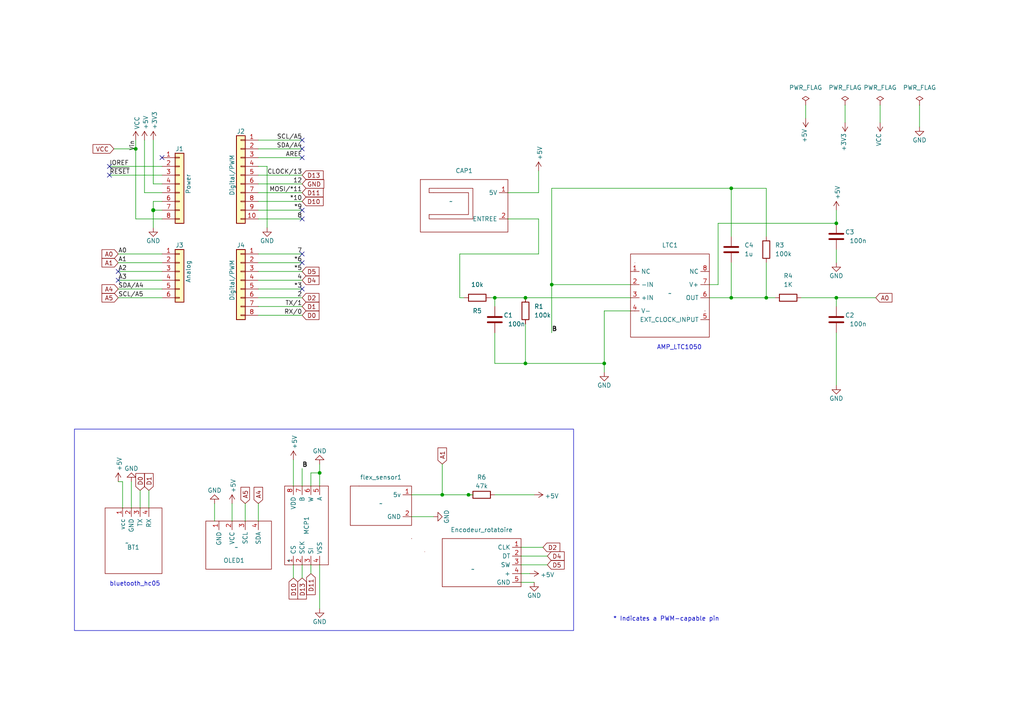
<source format=kicad_sch>
(kicad_sch (version 20230121) (generator eeschema)
  (paper "A4")
  (title_block (date "mar. 31 mars 2015"))
  (lib_symbols
    (symbol "Connector_Generic:Conn_01x06" (pin_names (offset 1.016) hide)
      (property "Reference" "J" (at 0 7.62 0))
      (property "Value" "Conn_01x06" (at 0 -10.16 0))
      (symbol "Conn_01x06_1_1"
        (rectangle (start -1.27 -7.493) (end 0 -7.747) (stroke (width 0.1524)))
        (rectangle (start -1.27 -4.953) (end 0 -5.207) (stroke (width 0.1524)))
        (rectangle (start -1.27 -2.413) (end 0 -2.667) (stroke (width 0.1524)))
        (rectangle (start -1.27 0.127) (end 0 -0.127) (stroke (width 0.1524)))
        (rectangle (start -1.27 2.667) (end 0 2.413) (stroke (width 0.1524)))
        (rectangle (start -1.27 5.207) (end 0 4.953) (stroke (width 0.1524)))
        (rectangle (start -1.27 6.35) (end 1.27 -8.89) (stroke (width 0.254)) (fill (type background)))
        (pin passive line (at -5.08 5.08 0) (length 3.81) (name "Pin_1") (number "1"))
        (pin passive line (at -5.08 2.54 0) (length 3.81) (name "Pin_2") (number "2"))
        (pin passive line (at -5.08 0 0) (length 3.81) (name "Pin_3") (number "3"))
        (pin passive line (at -5.08 -2.54 0) (length 3.81) (name "Pin_4") (number "4"))
        (pin passive line (at -5.08 -5.08 0) (length 3.81) (name "Pin_5") (number "5"))
        (pin passive line (at -5.08 -7.62 0) (length 3.81) (name "Pin_6") (number "6"))
      )
    )
    (symbol "Connector_Generic:Conn_01x08" (pin_names (offset 1.016) hide)
      (property "Reference" "J" (at 0 10.16 0))
      (property "Value" "Conn_01x08" (at 0 -12.7 0))
      (symbol "Conn_01x08_1_1"
        (rectangle (start -1.27 -10.033) (end 0 -10.287) (stroke (width 0.1524)))
        (rectangle (start -1.27 -7.493) (end 0 -7.747) (stroke (width 0.1524)))
        (rectangle (start -1.27 -4.953) (end 0 -5.207) (stroke (width 0.1524)))
        (rectangle (start -1.27 -2.413) (end 0 -2.667) (stroke (width 0.1524)))
        (rectangle (start -1.27 0.127) (end 0 -0.127) (stroke (width 0.1524)))
        (rectangle (start -1.27 2.667) (end 0 2.413) (stroke (width 0.1524)))
        (rectangle (start -1.27 5.207) (end 0 4.953) (stroke (width 0.1524)))
        (rectangle (start -1.27 7.747) (end 0 7.493) (stroke (width 0.1524)))
        (rectangle (start -1.27 8.89) (end 1.27 -11.43) (stroke (width 0.254)) (fill (type background)))
        (pin passive line (at -5.08 7.62 0) (length 3.81) (name "Pin_1") (number "1"))
        (pin passive line (at -5.08 5.08 0) (length 3.81) (name "Pin_2") (number "2"))
        (pin passive line (at -5.08 2.54 0) (length 3.81) (name "Pin_3") (number "3"))
        (pin passive line (at -5.08 0 0) (length 3.81) (name "Pin_4") (number "4"))
        (pin passive line (at -5.08 -2.54 0) (length 3.81) (name "Pin_5") (number "5"))
        (pin passive line (at -5.08 -5.08 0) (length 3.81) (name "Pin_6") (number "6"))
        (pin passive line (at -5.08 -7.62 0) (length 3.81) (name "Pin_7") (number "7"))
        (pin passive line (at -5.08 -10.16 0) (length 3.81) (name "Pin_8") (number "8"))
      )
    )
    (symbol "Connector_Generic:Conn_01x10" (pin_names (offset 1.016) hide)
      (property "Reference" "J" (at 0 12.7 0))
      (property "Value" "Conn_01x10" (at 0 -15.24 0))
      (symbol "Conn_01x10_1_1"
        (rectangle (start -1.27 -12.573) (end 0 -12.827) (stroke (width 0.1524)))
        (rectangle (start -1.27 -10.033) (end 0 -10.287) (stroke (width 0.1524)))
        (rectangle (start -1.27 -7.493) (end 0 -7.747) (stroke (width 0.1524)))
        (rectangle (start -1.27 -4.953) (end 0 -5.207) (stroke (width 0.1524)))
        (rectangle (start -1.27 -2.413) (end 0 -2.667) (stroke (width 0.1524)))
        (rectangle (start -1.27 0.127) (end 0 -0.127) (stroke (width 0.1524)))
        (rectangle (start -1.27 2.667) (end 0 2.413) (stroke (width 0.1524)))
        (rectangle (start -1.27 5.207) (end 0 4.953) (stroke (width 0.1524)))
        (rectangle (start -1.27 7.747) (end 0 7.493) (stroke (width 0.1524)))
        (rectangle (start -1.27 10.287) (end 0 10.033) (stroke (width 0.1524)))
        (rectangle (start -1.27 11.43) (end 1.27 -13.97) (stroke (width 0.254)) (fill (type background)))
        (pin passive line (at -5.08 10.16 0) (length 3.81) (name "Pin_1") (number "1"))
        (pin passive line (at -5.08 -12.7 0) (length 3.81) (name "Pin_10") (number "10"))
        (pin passive line (at -5.08 7.62 0) (length 3.81) (name "Pin_2") (number "2"))
        (pin passive line (at -5.08 5.08 0) (length 3.81) (name "Pin_3") (number "3"))
        (pin passive line (at -5.08 2.54 0) (length 3.81) (name "Pin_4") (number "4"))
        (pin passive line (at -5.08 0 0) (length 3.81) (name "Pin_5") (number "5"))
        (pin passive line (at -5.08 -2.54 0) (length 3.81) (name "Pin_6") (number "6"))
        (pin passive line (at -5.08 -5.08 0) (length 3.81) (name "Pin_7") (number "7"))
        (pin passive line (at -5.08 -7.62 0) (length 3.81) (name "Pin_8") (number "8"))
        (pin passive line (at -5.08 -10.16 0) (length 3.81) (name "Pin_9") (number "9"))
      )
    )
    (symbol "Device:C" (pin_numbers hide) (pin_names (offset 0.254))
      (property "Reference" "C" (at 0.635 2.54 0))
      (property "Value" "C" (at 0.635 -2.54 0))
      (symbol "C_0_1"
        (polyline (pts (xy -2.032 -0.762) (xy 2.032 -0.762)) (stroke (width 0.508)))
        (polyline (pts (xy -2.032 0.762) (xy 2.032 0.762)) (stroke (width 0.508)))
      )
      (symbol "C_1_1"
        (pin passive line (at 0 3.81 270) (length 2.794) (name "~") (number "1"))
        (pin passive line (at 0 -3.81 90) (length 2.794) (name "~") (number "2"))
      )
    )
    (symbol "Device:R" (pin_numbers hide) (pin_names (offset 0))
      (property "Reference" "R" (at 2.032 0 90))
      (property "Value" "R" (at 0 0 90))
      (symbol "R_0_1"
        (rectangle (start -1.016 -2.54) (end 1.016 2.54) (stroke (width 0.254)))
      )
      (symbol "R_1_1"
        (pin passive line (at 0 3.81 270) (length 1.27) (name "~") (number "1"))
        (pin passive line (at 0 -3.81 90) (length 1.27) (name "~") (number "2"))
      )
    )
    (symbol "MOSH:CAPTEUR"
      (property "Reference" "CAP1" (at 3.81 8.89 0))
      (property "Value" "~" (at 0 0 0))
      (symbol "CAPTEUR_0_1"
        (rectangle (start -8.89 6.35) (end -8.89 6.35))
        (rectangle (start -8.89 6.35) (end 16.51 -8.89))
        (rectangle (start -3.81 3.81) (end -3.81 3.81))
        (polyline (pts (xy -5.08 2.54) (xy -6.35 2.54)))
        (polyline (pts (xy -6.35 -3.81) (xy -6.35 -5.08) (xy 6.35 -5.08)))
        (polyline (pts (xy -5.08 2.54) (xy 5.08 2.54) (xy 5.08 -3.81) (xy -6.35 -3.81)))
        (polyline (pts (xy 6.35 -5.08) (xy 6.35 3.81) (xy -6.35 3.81) (xy -6.35 2.54)))
      )
      (symbol "CAPTEUR_1_1"
        (pin passive line (at 16.51 2.54 180) (length 2.54) (name "5V") (number "1"))
        (pin passive line (at 16.51 -5.08 180) (length 2.54) (name "ENTREE") (number "2"))
      )
    )
    (symbol "MOSH:encodeur_rotatoire"
      (property "Reference" "Encodeur_rotatoire" (at 2.54 11.43 0))
      (property "Value" "~" (at 0 0 0))
      (symbol "encodeur_rotatoire_0_1"
        (rectangle (start -17.78 8.89) (end -17.78 8.89))
        (rectangle (start -17.78 8.89) (end -17.78 8.89))
        (rectangle (start -13.97 5.08) (end -13.97 5.08))
        (polyline (pts (xy -8.89 8.89) (xy -8.89 -5.08) (xy 13.97 -5.08) (xy 13.97 8.89) (xy -8.89 8.89)))
      )
      (symbol "encodeur_rotatoire_1_1"
        (pin passive line (at 13.97 6.35 180) (length 2.54) (name "CLK") (number "1"))
        (pin passive line (at 13.97 3.81 180) (length 2.54) (name "DT") (number "2"))
        (pin passive line (at 13.97 1.27 180) (length 2.54) (name "SW") (number "3"))
        (pin passive line (at 13.97 -1.27 180) (length 2.54) (name "+") (number "4"))
        (pin passive line (at 13.97 -3.81 180) (length 2.54) (name "GND") (number "5"))
      )
    )
    (symbol "MOSH:flex_sensor"
      (property "Reference" "flex_sensor" (at 0 0 0))
      (symbol "flex_sensor_0_1"
        (rectangle (start -6.35 5.08) (end -6.35 5.08))
        (polyline (pts (xy -8.89 5.08) (xy 8.89 5.08) (xy 8.89 -6.35) (xy -8.89 -6.35) (xy -8.89 5.08)))
      )
      (symbol "flex_sensor_1_1"
        (pin passive line (at 8.89 2.54 180) (length 2.54) (name "5v") (number "1"))
        (pin passive line (at 8.89 -3.81 180) (length 2.54) (name "GND") (number "2"))
      )
    )
    (symbol "New_Library:AMP_LTC1050"
      (property "Reference" "LTC150" (at 0 0 0))
      (symbol "AMP_LTC1050_0_1"
        (rectangle (start -11.43 11.43) (end 11.43 -12.7))
        (rectangle (start -10.16 -5.08) (end -10.16 -5.08))
        (rectangle (start -10.16 -5.08) (end -10.16 -5.08))
        (rectangle (start -10.16 -1.27) (end -10.16 -1.27))
        (rectangle (start -10.16 -1.27) (end -10.16 -1.27))
        (rectangle (start -10.16 2.54) (end -10.16 2.54))
        (rectangle (start -10.16 2.54) (end -10.16 2.54))
        (rectangle (start -10.16 6.35) (end -10.16 6.35))
        (rectangle (start -10.16 6.35) (end -10.16 6.35))
        (rectangle (start -10.16 8.89) (end -10.16 8.89))
        (rectangle (start 5.08 -6.35) (end 5.08 -6.35))
        (rectangle (start 10.16 -5.08) (end 10.16 -5.08))
        (rectangle (start 10.16 -5.08) (end 10.16 -5.08))
        (rectangle (start 10.16 -1.27) (end 10.16 -1.27))
        (rectangle (start 10.16 -1.27) (end 10.16 -1.27))
        (rectangle (start 10.16 2.54) (end 10.16 2.54))
        (rectangle (start 10.16 2.54) (end 10.16 2.54))
        (rectangle (start 10.16 6.35) (end 10.16 6.35))
        (rectangle (start 10.16 6.35) (end 10.16 6.35))
      )
      (symbol "AMP_LTC1050_1_1"
        (pin passive line (at -11.43 6.35 0) (length 2.54) (name "NC") (number "1"))
        (pin passive line (at -11.43 2.54 0) (length 2.54) (name "-IN") (number "2"))
        (pin passive line (at -11.43 -1.27 0) (length 2.54) (name "+IN") (number "3"))
        (pin passive line (at -11.43 -5.08 0) (length 2.54) (name "V-") (number "4"))
        (pin passive line (at 11.43 -7.62 180) (length 2.54) (name "EXT_CLOCK_INPUT") (number "5"))
        (pin passive line (at 11.43 -1.27 180) (length 2.54) (name "OUT") (number "6"))
        (pin passive line (at 11.43 2.54 180) (length 2.54) (name "V+") (number "7"))
        (pin passive line (at 11.43 6.35 180) (length 2.54) (name "NC") (number "8"))
      )
    )
    (symbol "New_Library:Bluetooth"
      (property "Reference" "U" (at -2.54 -3.81 0))
      (symbol "Bluetooth_0_1"
        (rectangle (start -8.89 6.35) (end 7.62 -12.7))
      )
      (symbol "Bluetooth_1_1"
        (pin passive line (at -3.81 6.35 270) (length 2.54) (name "vcc") (number "1"))
        (pin passive line (at -1.27 6.35 270) (length 2.54) (name "GND") (number "2"))
        (pin passive line (at 1.27 6.35 270) (length 2.54) (name "TX") (number "3"))
        (pin passive line (at 3.81 6.35 270) (length 2.54) (name "RX") (number "4"))
      )
    )
    (symbol "New_Library:Ecran_OLED"
      (property "Reference" "OLED1" (at -3.81 -3.81 0))
      (property "Value" "~" (at 0 0 0))
      (symbol "Ecran_OLED_0_1"
        (rectangle (start -8.89 7.62) (end 10.16 -6.35))
      )
      (symbol "Ecran_OLED_1_1"
        (pin passive line (at -5.08 7.62 270) (length 2.54) (name "GND") (number "1"))
        (pin passive line (at -1.27 7.62 270) (length 2.54) (name "VCC") (number "2"))
        (pin passive line (at 2.54 7.62 270) (length 2.54) (name "SCL") (number "3"))
        (pin passive line (at 6.35 7.62 270) (length 2.54) (name "SDA") (number "4"))
      )
    )
    (symbol "New_Library:MCP41050"
      (property "Reference" "MCP1" (at 10.16 -5.08 0))
      (property "Value" "~" (at 0 0 0))
      (symbol "MCP41050_0_1"
        (rectangle (start -1.27 1.27) (end 21.59 -11.43))
      )
      (symbol "MCP41050_1_1"
        (pin passive line (at -1.27 -1.27 0) (length 2.54) (name "CS") (number "1"))
        (pin passive line (at -1.27 -3.81 0) (length 2.54) (name "SCK") (number "2"))
        (pin passive line (at -1.27 -6.35 0) (length 2.54) (name "SI") (number "3"))
        (pin passive line (at -1.27 -8.89 0) (length 2.54) (name "VSS") (number "4"))
        (pin passive line (at 21.59 -8.89 180) (length 2.54) (name "A") (number "5"))
        (pin passive line (at 21.59 -6.35 180) (length 2.54) (name "W") (number "6"))
        (pin passive line (at 21.59 -3.81 180) (length 2.54) (name "B") (number "7"))
        (pin passive line (at 21.59 -1.27 180) (length 2.54) (name "VDD") (number "8"))
      )
    )
    (symbol "power:+3V3" (power) (pin_names (offset 0))
      (property "Value" "+3V3" (at 0 3.556 0))
      (symbol "+3V3_0_1"
        (polyline (pts (xy -0.762 1.27) (xy 0 2.54)))
        (polyline (pts (xy 0 0) (xy 0 2.54)))
        (polyline (pts (xy 0 2.54) (xy 0.762 1.27)))
      )
      (symbol "+3V3_1_1"
        (pin power_in line (at 0 0 90) (length 0) hide (name "+3V3") (number "1"))
      )
    )
    (symbol "power:+5V" (power) (pin_names (offset 0))
      (property "Value" "+5V" (at 0 3.556 0))
      (symbol "+5V_0_1"
        (polyline (pts (xy -0.762 1.27) (xy 0 2.54)))
        (polyline (pts (xy 0 0) (xy 0 2.54)))
        (polyline (pts (xy 0 2.54) (xy 0.762 1.27)))
      )
      (symbol "+5V_1_1"
        (pin power_in line (at 0 0 90) (length 0) hide (name "+5V") (number "1"))
      )
    )
    (symbol "power:GND" (power) (pin_names (offset 0))
      (property "Value" "GND" (at 0 -3.81 0))
      (symbol "GND_0_1"
        (polyline (pts (xy 0 0) (xy 0 -1.27) (xy 1.27 -1.27) (xy 0 -2.54) (xy -1.27 -1.27) (xy 0 -1.27)))
      )
      (symbol "GND_1_1"
        (pin power_in line (at 0 0 270) (length 0) hide (name "GND") (number "1"))
      )
    )
    (symbol "power:PWR_FLAG" (power) (pin_numbers hide) (pin_names (offset 0) hide)
      (property "Value" "PWR_FLAG" (at 0 3.81 0))
      (symbol "PWR_FLAG_0_0"
        (pin power_out line (at 0 0 90) (length 0) (name "pwr") (number "1"))
      )
      (symbol "PWR_FLAG_0_1"
        (polyline (pts (xy 0 0) (xy 0 1.27) (xy -1.016 1.905) (xy 0 2.54) (xy 1.016 1.905) (xy 0 1.27)))
      )
    )
    (symbol "power:VCC" (power) (pin_names (offset 0))
      (property "Value" "VCC" (at 0 3.81 0))
      (symbol "VCC_0_1"
        (polyline (pts (xy -0.762 1.27) (xy 0 2.54)))
        (polyline (pts (xy 0 0) (xy 0 2.54)))
        (polyline (pts (xy 0 2.54) (xy 0.762 1.27)))
      )
      (symbol "VCC_1_1"
        (pin power_in line (at 0 0 90) (length 0) hide (name "VCC") (number "1"))
      )
    )
  )
  (junction (at 135.89 143.51))
  (junction (at 222.25 86.36))
  (junction (at 212.09 86.36))
  (junction (at 152.4 86.36))
  (junction (at 175.26 105.41))
  (junction (at 160.02 82.55))
  (junction (at 44.45 60.96) (diameter 1.016))
  (junction (at 128.27 143.51))
  (junction (at 39.37 43.18))
  (junction (at 212.09 54.61))
  (junction (at 92.71 137.16))
  (junction (at 242.57 86.36))
  (junction (at 143.51 86.36))
  (junction (at 152.4 105.41))
  (junction (at 242.57 64.77))
  (no_connect (at 31.75 48.26))
  (no_connect (at 87.63 60.96))
  (no_connect (at 34.29 81.28))
  (no_connect (at 87.63 73.66))
  (no_connect (at 87.63 40.64))
  (no_connect (at 34.29 78.74))
  (no_connect (at 87.63 83.82))
  (no_connect (at 46.99 45.72))
  (no_connect (at 31.75 50.8))
  (no_connect (at 87.63 63.5))
  (no_connect (at 87.63 43.18))
  (no_connect (at 87.63 45.72))
  (no_connect (at 87.63 76.2))
  (wire (pts (xy 74.93 91.44) (xy 87.63 91.44)))
  (wire (pts (xy 156.21 49.53) (xy 156.21 55.88)))
  (wire (pts (xy 152.4 105.41) (xy 175.26 105.41)))
  (wire (pts (xy 208.28 64.77) (xy 242.57 64.77)))
  (wire (pts (xy 175.26 90.17) (xy 175.26 105.41)))
  (wire (pts (xy 208.28 82.55) (xy 208.28 64.77)))
  (wire (pts (xy 74.93 58.42) (xy 87.63 58.42)))
  (wire (pts (xy 156.21 73.66) (xy 133.35 73.66)))
  (wire (pts (xy 151.13 168.91) (xy 154.94 168.91)))
  (wire (pts (xy 212.09 86.36) (xy 222.25 86.36)))
  (wire (pts (xy 34.29 83.82) (xy 46.99 83.82)))
  (wire (pts (xy 74.93 40.64) (xy 87.63 40.64)))
  (wire (pts (xy 90.17 137.16) (xy 90.17 140.97)))
  (wire (pts (xy 245.11 30.48) (xy 245.11 35.56)))
  (wire (pts (xy 242.57 86.36) (xy 254 86.36)))
  (wire (pts (xy 92.71 134.62) (xy 92.71 137.16)))
  (wire (pts (xy 242.57 86.36) (xy 242.57 88.9)))
  (wire (pts (xy 151.13 163.83) (xy 158.75 163.83)))
  (wire (pts (xy 133.35 86.36) (xy 134.62 86.36)))
  (wire (pts (xy 232.41 86.36) (xy 242.57 86.36)))
  (wire (pts (xy 242.57 76.2) (xy 242.57 72.39)))
  (wire (pts (xy 44.45 58.42) (xy 44.45 60.96)))
  (wire (pts (xy 151.13 161.29) (xy 158.75 161.29)))
  (wire (pts (xy 44.45 60.96) (xy 44.45 66.04)))
  (wire (pts (xy 119.38 149.86) (xy 125.73 149.86)))
  (wire (pts (xy 44.45 53.34) (xy 46.99 53.34)))
  (wire (pts (xy 92.71 137.16) (xy 92.71 140.97)))
  (wire (pts (xy 212.09 76.2) (xy 212.09 86.36)))
  (wire (pts (xy 41.91 55.88) (xy 46.99 55.88)))
  (wire (pts (xy 152.4 86.36) (xy 182.88 86.36)))
  (wire (pts (xy 41.91 40.64) (xy 41.91 55.88)))
  (wire (pts (xy 147.32 63.5) (xy 156.21 63.5)))
  (wire (pts (xy 74.93 50.8) (xy 87.63 50.8)))
  (wire (pts (xy 44.45 40.64) (xy 44.45 53.34)))
  (wire (pts (xy 74.93 73.66) (xy 87.63 73.66)))
  (wire (pts (xy 143.51 86.36) (xy 143.51 88.9)))
  (wire (pts (xy 46.99 73.66) (xy 34.29 73.66)))
  (wire (pts (xy 74.93 53.34) (xy 87.63 53.34)))
  (wire (pts (xy 222.25 86.36) (xy 224.79 86.36)))
  (wire (pts (xy 74.93 76.2) (xy 87.63 76.2)))
  (wire (pts (xy 133.35 73.66) (xy 133.35 86.36)))
  (wire (pts (xy 151.13 158.75) (xy 157.48 158.75)))
  (wire (pts (xy 152.4 93.98) (xy 152.4 105.41)))
  (wire (pts (xy 160.02 82.55) (xy 160.02 96.52)))
  (wire (pts (xy 135.89 143.51) (xy 137.16 143.51)))
  (wire (pts (xy 128.27 134.62) (xy 128.27 143.51)))
  (wire (pts (xy 74.93 60.96) (xy 87.63 60.96)))
  (wire (pts (xy 175.26 105.41) (xy 175.26 107.95)))
  (wire (pts (xy 143.51 105.41) (xy 152.4 105.41)))
  (wire (pts (xy 74.93 81.28) (xy 87.63 81.28)))
  (wire (pts (xy 143.51 143.51) (xy 154.94 143.51)))
  (wire (pts (xy 233.68 30.48) (xy 233.68 34.29)))
  (wire (pts (xy 31.75 48.26) (xy 46.99 48.26)))
  (wire (pts (xy 67.31 146.05) (xy 67.31 151.13)))
  (wire (pts (xy 62.23 146.05) (xy 62.23 151.13)))
  (wire (pts (xy 43.18 142.24) (xy 43.18 147.32)))
  (wire (pts (xy 90.17 163.83) (xy 90.17 166.37)))
  (wire (pts (xy 77.47 48.26) (xy 77.47 66.04)))
  (wire (pts (xy 143.51 86.36) (xy 152.4 86.36)))
  (wire (pts (xy 222.25 54.61) (xy 222.25 68.58)))
  (wire (pts (xy 74.93 45.72) (xy 87.63 45.72)))
  (wire (pts (xy 128.27 143.51) (xy 135.89 143.51)))
  (wire (pts (xy 222.25 76.2) (xy 222.25 86.36)))
  (wire (pts (xy 182.88 90.17) (xy 175.26 90.17)))
  (wire (pts (xy 151.13 166.37) (xy 153.67 166.37)))
  (wire (pts (xy 46.99 78.74) (xy 34.29 78.74)))
  (wire (pts (xy 31.75 50.8) (xy 46.99 50.8)))
  (wire (pts (xy 46.99 60.96) (xy 44.45 60.96)))
  (wire (pts (xy 160.02 54.61) (xy 212.09 54.61)))
  (wire (pts (xy 39.37 43.18) (xy 39.37 40.64)))
  (wire (pts (xy 46.99 63.5) (xy 39.37 63.5)))
  (wire (pts (xy 74.93 146.05) (xy 74.93 151.13)))
  (wire (pts (xy 160.02 54.61) (xy 160.02 82.55)))
  (wire (pts (xy 34.29 76.2) (xy 46.99 76.2)))
  (wire (pts (xy 85.09 140.97) (xy 85.09 133.35)))
  (wire (pts (xy 35.56 139.7) (xy 34.29 139.7)))
  (wire (pts (xy 160.02 82.55) (xy 182.88 82.55)))
  (wire (pts (xy 92.71 137.16) (xy 90.17 137.16)))
  (wire (pts (xy 212.09 54.61) (xy 212.09 68.58)))
  (wire (pts (xy 92.71 176.53) (xy 92.71 163.83)))
  (wire (pts (xy 71.12 146.05) (xy 71.12 151.13)))
  (wire (pts (xy 38.1 139.7) (xy 38.1 147.32)))
  (wire (pts (xy 74.93 48.26) (xy 77.47 48.26)))
  (wire (pts (xy 205.74 86.36) (xy 212.09 86.36)))
  (wire (pts (xy 142.24 86.36) (xy 143.51 86.36)))
  (wire (pts (xy 255.27 30.48) (xy 255.27 35.56)))
  (wire (pts (xy 46.99 58.42) (xy 44.45 58.42)))
  (wire (pts (xy 35.56 139.7) (xy 35.56 147.32)))
  (wire (pts (xy 74.93 55.88) (xy 87.63 55.88)))
  (wire (pts (xy 147.32 55.88) (xy 156.21 55.88)))
  (wire (pts (xy 156.21 63.5) (xy 156.21 73.66)))
  (wire (pts (xy 242.57 60.96) (xy 242.57 64.77)))
  (wire (pts (xy 85.09 163.83) (xy 85.09 167.64)))
  (wire (pts (xy 87.63 163.83) (xy 87.63 167.64)))
  (wire (pts (xy 74.93 78.74) (xy 87.63 78.74)))
  (wire (pts (xy 34.29 81.28) (xy 46.99 81.28)))
  (wire (pts (xy 242.57 96.52) (xy 242.57 111.76)))
  (wire (pts (xy 143.51 96.52) (xy 143.51 105.41)))
  (wire (pts (xy 74.93 43.18) (xy 87.63 43.18)))
  (wire (pts (xy 74.93 86.36) (xy 87.63 86.36)))
  (wire (pts (xy 33.02 43.18) (xy 39.37 43.18)))
  (wire (pts (xy 74.93 83.82) (xy 87.63 83.82)))
  (wire (pts (xy 34.29 86.36) (xy 46.99 86.36)))
  (wire (pts (xy 205.74 82.55) (xy 208.28 82.55)))
  (wire (pts (xy 266.7 30.48) (xy 266.7 36.83)))
  (wire (pts (xy 40.64 142.24) (xy 40.64 147.32)))
  (wire (pts (xy 74.93 88.9) (xy 87.63 88.9)))
  (wire (pts (xy 39.37 63.5) (xy 39.37 43.18)))
  (wire (pts (xy 87.63 135.89) (xy 87.63 140.97)))
  (wire (pts (xy 119.38 143.51) (xy 128.27 143.51)))
  (wire (pts (xy 74.93 63.5) (xy 87.63 63.5)))
  (wire (pts (xy 212.09 54.61) (xy 222.25 54.61)))
  (text_box "" (at 21.59 124.46 0) (size 144.78 58.42) (effects (font (size 1.27 1.27)) (justify left top)))
  (text "bluetooth_hc05" (at 31.75 170.18 0) (effects (font (size 1.27 1.27)) (justify left bottom)))
  (text "* Indicates a PWM-capable pin" (at 177.8 180.34 0) (effects (font (size 1.27 1.27)) (justify left bottom)))
  (text "AMP_LTC1050" (at 190.5 101.6 0) (effects (font (size 1.27 1.27)) (justify left bottom)))
  (label "RX{slash}0" (at 87.63 91.44 180))
  (label "A2" (at 34.29 78.74 0))
  (label "4" (at 87.63 81.28 180))
  (label "2" (at 87.63 86.36 180))
  (label "A3" (at 34.29 81.28 0))
  (label "B" (at 160.02 96.52 0) (effects (font bold)))
  (label "CLOCK{slash}13" (at 87.63 50.8 180))
  (label "12" (at 87.63 53.34 180))
  (label "~{RESET}" (at 31.75 50.8 0))
  (label "*10" (at 87.63 58.42 180))
  (label "B" (at 87.63 135.89 0) (effects (font bold)))
  (label "7" (at 87.63 73.66 180))
  (label "SDA{slash}A4" (at 87.63 43.18 180))
  (label "8" (at 87.63 63.5 180))
  (label "MOSI{slash}*11" (at 87.63 55.88 180))
  (label "*3" (at 87.63 83.82 180))
  (label "A1" (at 34.29 76.2 0))
  (label "TX{slash}1" (at 87.63 88.9 180))
  (label "A0" (at 34.29 73.66 0))
  (label "AREF" (at 87.63 45.72 180))
  (label "Vin" (at 39.37 40.64 270))
  (label "*6" (at 87.63 76.2 180))
  (label "SCL{slash}A5" (at 87.63 40.64 180))
  (label "*9" (at 87.63 60.96 180))
  (label "*5" (at 87.63 78.74 180))
  (label "IOREF" (at 31.75 48.26 0))
  (label "SDA{slash}A4" (at 34.29 83.82 0))
  (label "SCL{slash}A5" (at 34.29 86.36 0))
  (global_label "D1" (shape input) (at 87.63 88.9 0) (property "Intersheetrefs" "${INTERSHEET_REFS}" (effects hide)))
  (global_label "A4" (shape input) (at 74.93 146.05 90) (property "Intersheetrefs" "${INTERSHEET_REFS}" (effects hide)))
  (global_label "D13" (shape input) (at 87.63 167.64 270) (property "Intersheetrefs" "${INTERSHEET_REFS}" (effects hide)))
  (global_label "GND" (shape input) (at 87.63 53.34 0) (property "Intersheetrefs" "${INTERSHEET_REFS}" (effects hide)))
  (global_label "D5" (shape input) (at 158.75 163.83 0) (property "Intersheetrefs" "${INTERSHEET_REFS}" (effects hide)))
  (global_label "D0" (shape input) (at 40.64 142.24 90) (property "Intersheetrefs" "${INTERSHEET_REFS}" (effects hide)))
  (global_label "D4" (shape input) (at 87.63 81.28 0) (property "Intersheetrefs" "${INTERSHEET_REFS}" (effects hide)))
  (global_label "D0" (shape input) (at 87.63 91.44 0) (property "Intersheetrefs" "${INTERSHEET_REFS}" (effects hide)))
  (global_label "A5" (shape input) (at 71.12 146.05 90) (property "Intersheetrefs" "${INTERSHEET_REFS}" (effects hide)))
  (global_label "D11" (shape input) (at 87.63 55.88 0) (property "Intersheetrefs" "${INTERSHEET_REFS}" (effects hide)))
  (global_label "D10" (shape input) (at 87.63 58.42 0) (property "Intersheetrefs" "${INTERSHEET_REFS}" (effects hide)))
  (global_label "D4" (shape input) (at 158.75 161.29 0) (property "Intersheetrefs" "${INTERSHEET_REFS}" (effects hide)))
  (global_label "D10" (shape input) (at 85.09 167.64 270) (property "Intersheetrefs" "${INTERSHEET_REFS}" (effects hide)))
  (global_label "A4" (shape input) (at 34.29 83.82 180) (property "Intersheetrefs" "${INTERSHEET_REFS}" (effects hide)))
  (global_label "D1" (shape input) (at 43.18 142.24 90) (property "Intersheetrefs" "${INTERSHEET_REFS}" (effects hide)))
  (global_label "A0" (shape input) (at 254 86.36 0) (property "Intersheetrefs" "${INTERSHEET_REFS}" (effects hide)))
  (global_label "A5" (shape input) (at 34.29 86.36 180) (property "Intersheetrefs" "${INTERSHEET_REFS}" (effects hide)))
  (global_label "A0" (shape input) (at 34.29 73.66 180) (property "Intersheetrefs" "${INTERSHEET_REFS}" (effects hide)))
  (global_label "A1" (shape input) (at 34.29 76.2 180) (property "Intersheetrefs" "${INTERSHEET_REFS}" (effects hide)))
  (global_label "A1" (shape input) (at 128.27 134.62 90) (property "Intersheetrefs" "${INTERSHEET_REFS}" (effects hide)))
  (global_label "D13" (shape input) (at 87.63 50.8 0) (property "Intersheetrefs" "${INTERSHEET_REFS}" (effects hide)))
  (global_label "D5" (shape input) (at 87.63 78.74 0) (property "Intersheetrefs" "${INTERSHEET_REFS}" (effects hide)))
  (global_label "D11" (shape input) (at 90.17 166.37 270) (property "Intersheetrefs" "${INTERSHEET_REFS}" (effects hide)))
  (global_label "D2" (shape input) (at 87.63 86.36 0) (property "Intersheetrefs" "${INTERSHEET_REFS}" (effects hide)))
  (global_label "D2" (shape input) (at 157.48 158.75 0) (property "Intersheetrefs" "${INTERSHEET_REFS}" (effects hide)))
  (global_label "VCC" (shape input) (at 33.02 43.18 180) (property "Intersheetrefs" "${INTERSHEET_REFS}" (effects hide)))
  (symbol (lib_id "Connector_Generic:Conn_01x08") (at 52.07 53.34 0) (unit 1)
    (property "Reference" "J1" (at 52.07 43.18 0))
    (property "Value" "Power" (at 54.61 53.34 90))
    (property "Footprint" "Connector_PinSocket_2.54mm:PinSocket_1x08_P2.54mm_Vertical" (effects hide))
  )
  (symbol (lib_id "power:+3V3") (at 44.45 40.64 0) (unit 1)
    (property "Reference" "#PWR03" (effects hide))
    (property "Value" "+3.3V" (at 44.831 37.592 90) (effects (justify left)))
  )
  (symbol (lib_id "power:+5V") (at 41.91 40.64 0) (unit 1)
    (property "Reference" "#PWR02" (effects hide))
    (property "Value" "+5V" (at 42.2656 37.592 90) (effects (justify left)))
  )
  (symbol (lib_id "power:GND") (at 44.45 66.04 0) (unit 1)
    (property "Reference" "#PWR04" (effects hide))
    (property "Value" "GND" (at 44.45 69.85 0))
  )
  (symbol (lib_id "Connector_Generic:Conn_01x10") (at 69.85 50.8 0) (mirror y) (unit 1)
    (property "Reference" "J2" (at 69.85 38.1 0))
    (property "Value" "Digital/PWM" (at 67.31 50.8 90))
    (property "Footprint" "Connector_PinSocket_2.54mm:PinSocket_1x10_P2.54mm_Vertical" (effects hide))
  )
  (symbol (lib_id "power:GND") (at 77.47 66.04 0) (unit 1)
    (property "Reference" "#PWR05" (effects hide))
    (property "Value" "GND" (at 77.47 69.85 0))
  )
  (symbol (lib_id "Connector_Generic:Conn_01x06") (at 52.07 78.74 0) (unit 1)
    (property "Reference" "J3" (at 52.07 71.12 0))
    (property "Value" "Analog" (at 54.61 78.74 90))
    (property "Footprint" "Connector_PinSocket_2.54mm:PinSocket_1x06_P2.54mm_Vertical" (effects hide))
  )
  (symbol (lib_id "Connector_Generic:Conn_01x08") (at 69.85 81.28 0) (mirror y) (unit 1)
    (property "Reference" "J4" (at 69.85 71.12 0))
    (property "Value" "Digital/PWM" (at 67.31 81.28 90))
    (property "Footprint" "Connector_PinSocket_2.54mm:PinSocket_1x08_P2.54mm_Vertical" (effects hide))
  )
  (symbol (lib_id "power:GND") (at 266.7 36.83 0) (unit 1)
    (property "Reference" "#PWR014" (effects hide))
    (property "Value" "GND" (at 266.7 40.64 0))
  )
  (symbol (lib_id "Device:R") (at 228.6 86.36 90) (unit 1)
    (property "Reference" "R4" (at 228.6 80.01 90))
    (property "Value" "1K" (at 228.6 82.55 90))
    (property "Footprint" "Resistor_THT:R_Axial_DIN0207_L6.3mm_D2.5mm_P10.16mm_Horizontal" (effects hide))
  )
  (symbol (lib_id "New_Library:Ecran_OLED") (at 68.58 158.75 0) (unit 1)
    (property "Reference" "OLED1" (at 64.77 162.56 0) (effects (justify left)))
    (property "Value" "~" (at 68.58 158.75 0))
    (property "Footprint" "Library_projet_capteur:OLED" (effects hide))
  )
  (symbol (lib_id "Device:R") (at 139.7 143.51 270) (unit 1)
    (property "Reference" "R6" (at 139.7 138.43 90))
    (property "Value" "47k" (at 139.7 140.97 90))
    (property "Footprint" "Resistor_THT:R_Axial_DIN0207_L6.3mm_D2.5mm_P10.16mm_Horizontal" (effects hide))
  )
  (symbol (lib_id "power:GND") (at 242.57 111.76 0) (unit 1)
    (property "Reference" "#PWR07" (effects hide))
    (property "Value" "GND" (at 242.57 115.57 0))
  )
  (symbol (lib_id "power:+5V") (at 67.31 146.05 0) (unit 1)
    (property "Reference" "#PWR023" (effects hide))
    (property "Value" "+5V" (at 67.6656 143.002 90) (effects (justify left)))
  )
  (symbol (lib_id "power:GND") (at 154.94 168.91 0) (unit 1)
    (property "Reference" "#PWR018" (effects hide))
    (property "Value" "GND" (at 154.94 172.72 0))
  )
  (symbol (lib_id "power:PWR_FLAG") (at 245.11 30.48 0) (unit 1)
    (property "Reference" "#FLG02" (effects hide))
    (property "Value" "PWR_FLAG" (at 245.11 25.4 0))
  )
  (symbol (lib_id "Device:R") (at 152.4 90.17 180) (unit 1)
    (property "Reference" "R1" (at 154.94 88.9 0) (effects (justify right)))
    (property "Value" "100k" (at 154.94 91.44 0) (effects (justify right)))
    (property "Footprint" "Resistor_THT:R_Axial_DIN0207_L6.3mm_D2.5mm_P10.16mm_Horizontal" (effects hide))
  )
  (symbol (lib_id "power:PWR_FLAG") (at 255.27 30.48 0) (unit 1)
    (property "Reference" "#FLG03" (effects hide))
    (property "Value" "PWR_FLAG" (at 255.27 25.4 0))
  )
  (symbol (lib_id "Device:R") (at 222.25 72.39 0) (unit 1)
    (property "Reference" "R3" (at 224.79 71.12 0) (effects (justify left)))
    (property "Value" "100k" (at 224.79 73.66 0) (effects (justify left)))
    (property "Footprint" "Resistor_THT:R_Axial_DIN0207_L6.3mm_D2.5mm_P10.16mm_Horizontal" (effects hide))
  )
  (symbol (lib_id "power:GND") (at 62.23 146.05 180) (unit 1)
    (property "Reference" "#PWR016" (effects hide))
    (property "Value" "GND" (at 62.23 142.24 0))
  )
  (symbol (lib_id "MOSH:encodeur_rotatoire") (at 137.16 165.1 0) (unit 1)
    (property "Reference" "Encodeur_rotatoire" (at 139.7 153.67 0))
    (property "Value" "~" (at 137.16 165.1 0))
    (property "Footprint" "Library_projet_capteur:encodeur_rotatoire" (effects hide))
  )
  (symbol (lib_id "Device:R") (at 138.43 86.36 90) (unit 1)
    (property "Reference" "R5" (at 138.43 90.17 90))
    (property "Value" "10k" (at 138.43 82.55 90))
    (property "Footprint" "Resistor_THT:R_Axial_DIN0207_L6.3mm_D2.5mm_P10.16mm_Horizontal" (effects hide))
  )
  (symbol (lib_id "power:GND") (at 38.1 139.7 180) (unit 1)
    (property "Reference" "#PWR015" (effects hide))
    (property "Value" "GND" (at 38.1 135.89 0))
  )
  (symbol (lib_id "MOSH:flex_sensor") (at 110.49 146.05 0) (unit 1)
    (property "Reference" "flex_sensor1" (at 110.49 138.43 0))
    (property "Value" "~" (at 110.49 146.05 0))
    (property "Footprint" "Library_projet_capteur:FLEX_SENSOR" (effects hide))
  )
  (symbol (lib_id "power:+5V") (at 34.29 139.7 0) (unit 1)
    (property "Reference" "#PWR022" (effects hide))
    (property "Value" "+5V" (at 34.6456 136.652 90) (effects (justify left)))
  )
  (symbol (lib_id "power:VCC") (at 39.37 40.64 0) (unit 1)
    (property "Reference" "#PWR01" (effects hide))
    (property "Value" "VCC" (at 39.751 37.592 90) (effects (justify left)))
  )
  (symbol (lib_id "Device:C") (at 143.51 92.71 0) (unit 1)
    (property "Reference" "C1" (at 146.05 91.44 0) (effects (justify left)))
    (property "Value" "100n" (at 147.32 93.98 0) (effects (justify left)))
    (property "Footprint" "Capacitor_THT:C_Disc_D4.3mm_W1.9mm_P5.00mm" (effects hide))
  )
  (symbol (lib_id "power:GND") (at 92.71 134.62 180) (unit 1)
    (property "Reference" "#PWR026" (effects hide))
    (property "Value" "GND" (at 92.71 130.81 0))
  )
  (symbol (lib_id "power:+5V") (at 85.09 133.35 0) (unit 1)
    (property "Reference" "#PWR024" (effects hide))
    (property "Value" "+5V" (at 85.4456 130.302 90) (effects (justify left)))
  )
  (symbol (lib_id "power:PWR_FLAG") (at 266.7 30.48 0) (unit 1)
    (property "Reference" "#FLG04" (effects hide))
    (property "Value" "PWR_FLAG" (at 266.7 25.4 0))
  )
  (symbol (lib_id "New_Library:AMP_LTC1050") (at 194.31 85.09 0) (unit 1)
    (property "Reference" "LTC1" (at 194.31 71.12 0))
    (property "Value" "~" (at 194.31 85.09 0))
    (property "Footprint" "Library_projet_capteur:LTC1050" (effects hide))
  )
  (symbol (lib_id "power:+3V3") (at 245.11 35.56 180) (unit 1)
    (property "Reference" "#PWR012" (effects hide))
    (property "Value" "+3.3V" (at 244.729 38.608 90) (effects (justify left)))
  )
  (symbol (lib_id "power:GND") (at 125.73 149.86 90) (unit 1)
    (property "Reference" "#PWR017" (effects hide))
    (property "Value" "GND" (at 129.54 149.86 0))
  )
  (symbol (lib_id "power:+5V") (at 154.94 143.51 270) (unit 1)
    (property "Reference" "#PWR019" (effects hide))
    (property "Value" "+5V" (at 157.988 143.8656 90) (effects (justify left)))
  )
  (symbol (lib_id "power:GND") (at 175.26 107.95 0) (unit 1)
    (property "Reference" "#PWR06" (effects hide))
    (property "Value" "GND" (at 175.26 111.76 0))
  )
  (symbol (lib_id "Device:C") (at 212.09 72.39 0) (unit 1)
    (property "Reference" "C4" (at 215.9 71.12 0) (effects (justify left)))
    (property "Value" "1u" (at 215.9 73.66 0) (effects (justify left)))
    (property "Footprint" "Capacitor_THT:C_Rect_L7.2mm_W2.5mm_P5.00mm_FKS2_FKP2_MKS2_MKP2" (effects hide))
  )
  (symbol (lib_id "Device:C") (at 242.57 92.71 0) (unit 1)
    (property "Reference" "C2" (at 245.11 91.44 0) (effects (justify left)))
    (property "Value" "100n" (at 246.38 93.98 0) (effects (justify left)))
    (property "Footprint" "Capacitor_THT:C_Disc_D4.3mm_W1.9mm_P5.00mm" (effects hide))
  )
  (symbol (lib_id "MOSH:CAPTEUR") (at 130.81 58.42 0) (unit 1)
    (property "Reference" "CAP1" (at 134.62 49.53 0))
    (property "Value" "~" (at 130.81 58.42 0))
    (property "Footprint" "Library_projet_capteur:capteur" (effects hide))
  )
  (symbol (lib_id "power:+5V") (at 156.21 49.53 0) (unit 1)
    (property "Reference" "#PWR09" (effects hide))
    (property "Value" "+5V" (at 156.5656 46.482 90) (effects (justify left)))
  )
  (symbol (lib_id "power:VCC") (at 255.27 35.56 180) (unit 1)
    (property "Reference" "#PWR013" (effects hide))
    (property "Value" "VCC" (at 254.889 38.608 90) (effects (justify left)))
  )
  (symbol (lib_id "power:GND") (at 92.71 176.53 0) (unit 1)
    (property "Reference" "#PWR021" (effects hide))
    (property "Value" "GND" (at 92.71 180.34 0))
  )
  (symbol (lib_id "power:+5V") (at 233.68 34.29 180) (unit 1)
    (property "Reference" "#PWR011" (effects hide))
    (property "Value" "+5V" (at 233.3244 37.338 90) (effects (justify left)))
  )
  (symbol (lib_id "New_Library:Bluetooth") (at 39.37 153.67 0) (unit 1)
    (property "Reference" "BT1" (at 36.83 158.75 0) (effects (justify left)))
    (property "Value" "~" (at 36.83 157.48 0))
    (property "Footprint" "Library_projet_capteur:BT" (effects hide))
  )
  (symbol (lib_id "Device:C") (at 242.57 68.58 0) (unit 1)
    (property "Reference" "C3" (at 245.11 67.31 0) (effects (justify left)))
    (property "Value" "100n" (at 246.38 69.85 0) (effects (justify left)))
    (property "Footprint" "Capacitor_THT:C_Disc_D4.3mm_W1.9mm_P5.00mm" (effects hide))
  )
  (symbol (lib_id "power:+5V") (at 242.57 60.96 0) (unit 1)
    (property "Reference" "#PWR08" (effects hide))
    (property "Value" "+5V" (at 242.9256 57.912 90) (effects (justify left)))
  )
  (symbol (lib_id "power:GND") (at 242.57 76.2 0) (unit 1)
    (property "Reference" "#PWR010" (effects hide))
    (property "Value" "GND" (at 242.57 80.01 0))
  )
  (symbol (lib_id "power:+5V") (at 153.67 166.37 270) (unit 1)
    (property "Reference" "#PWR020" (effects hide))
    (property "Value" "+5V" (at 156.718 166.7256 90) (effects (justify left)))
  )
  (symbol (lib_id "New_Library:MCP41050") (at 83.82 162.56 90) (unit 1)
    (property "Reference" "MCP1" (at 88.9 152.4 0))
    (property "Value" "~" (at 83.82 162.56 0))
    (property "Footprint" "Library_projet_capteur:MCP41050" (effects hide))
  )
  (symbol (lib_id "power:PWR_FLAG") (at 233.68 30.48 0) (unit 1)
    (property "Reference" "#FLG01" (effects hide))
    (property "Value" "PWR_FLAG" (at 233.68 25.4 0))
  )
)
</source>
